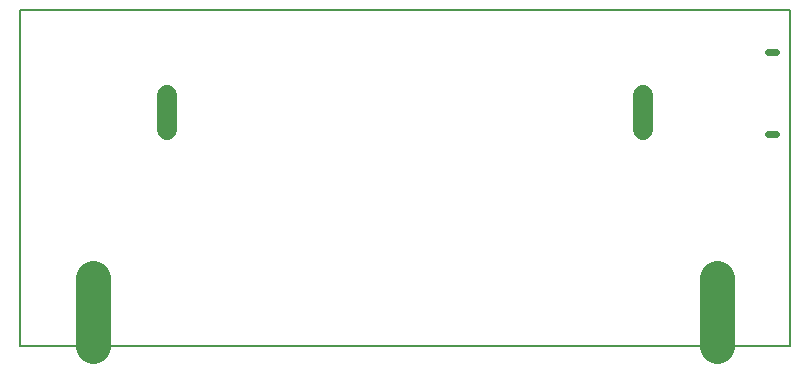
<source format=gm1>
G04 #@! TF.FileFunction,Profile,NP*
%FSLAX46Y46*%
G04 Gerber Fmt 4.6, Leading zero omitted, Abs format (unit mm)*
G04 Created by KiCad (PCBNEW 4.0.7) date 06/10/18 23:46:38*
%MOMM*%
%LPD*%
G01*
G04 APERTURE LIST*
%ADD10C,0.100000*%
%ADD11C,0.600000*%
%ADD12C,1.700000*%
%ADD13C,3.000000*%
%ADD14C,0.150000*%
G04 APERTURE END LIST*
D10*
D11*
X182818000Y-106990000D02*
X182118000Y-106990000D01*
X182818000Y-113990000D02*
X182118000Y-113990000D01*
D12*
X131234000Y-113628000D02*
X131234000Y-110628000D01*
X171534000Y-113628000D02*
X171534000Y-110628000D01*
D13*
X177784000Y-131938000D02*
X177784000Y-126188000D01*
X124984000Y-131938000D02*
X124984000Y-126188000D01*
D14*
X118784000Y-131938000D02*
X174684000Y-131938000D01*
X118784000Y-103438000D02*
X118784000Y-131938000D01*
X183984000Y-103438000D02*
X118784000Y-103438000D01*
X183984000Y-131938000D02*
X183984000Y-103438000D01*
X174684000Y-131938000D02*
X183984000Y-131938000D01*
M02*

</source>
